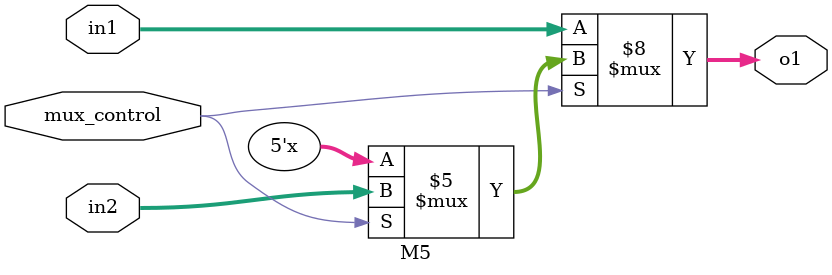
<source format=v>
module M5(in1,in2,mux_control,o1);
input [4:0] in1,in2;
input mux_control;
output reg [4:0] o1; 
always @(in1 or in2 or mux_control)
begin
if(mux_control==0)
begin  o1<=in1;     end
else if(mux_control==1)
begin   o1<=in2;     end
else
begin    o1<=5'bxxxxx;          end
end
endmodule



</source>
